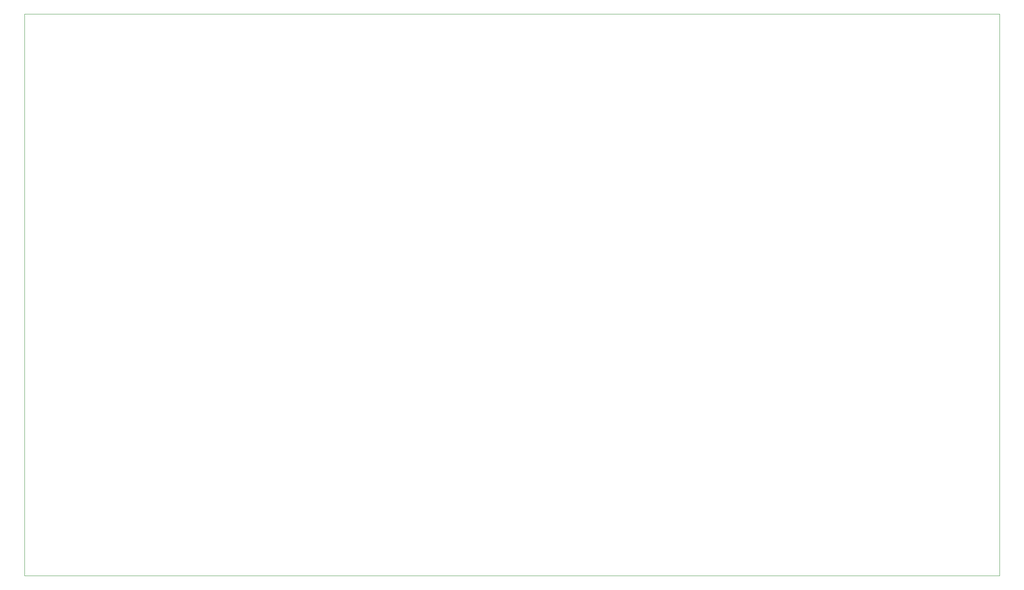
<source format=gbr>
%TF.GenerationSoftware,KiCad,Pcbnew,(6.0.4-0)*%
%TF.CreationDate,2022-07-27T23:48:03+02:00*%
%TF.ProjectId,ergosmash,6572676f-736d-4617-9368-2e6b69636164,rev?*%
%TF.SameCoordinates,Original*%
%TF.FileFunction,Profile,NP*%
%FSLAX46Y46*%
G04 Gerber Fmt 4.6, Leading zero omitted, Abs format (unit mm)*
G04 Created by KiCad (PCBNEW (6.0.4-0)) date 2022-07-27 23:48:03*
%MOMM*%
%LPD*%
G01*
G04 APERTURE LIST*
%TA.AperFunction,Profile*%
%ADD10C,0.100000*%
%TD*%
G04 APERTURE END LIST*
D10*
X251047150Y-159541861D02*
X38547150Y-159541866D01*
X38547154Y-37041866D01*
X251047150Y-37041863D01*
X251047150Y-159541861D01*
M02*

</source>
